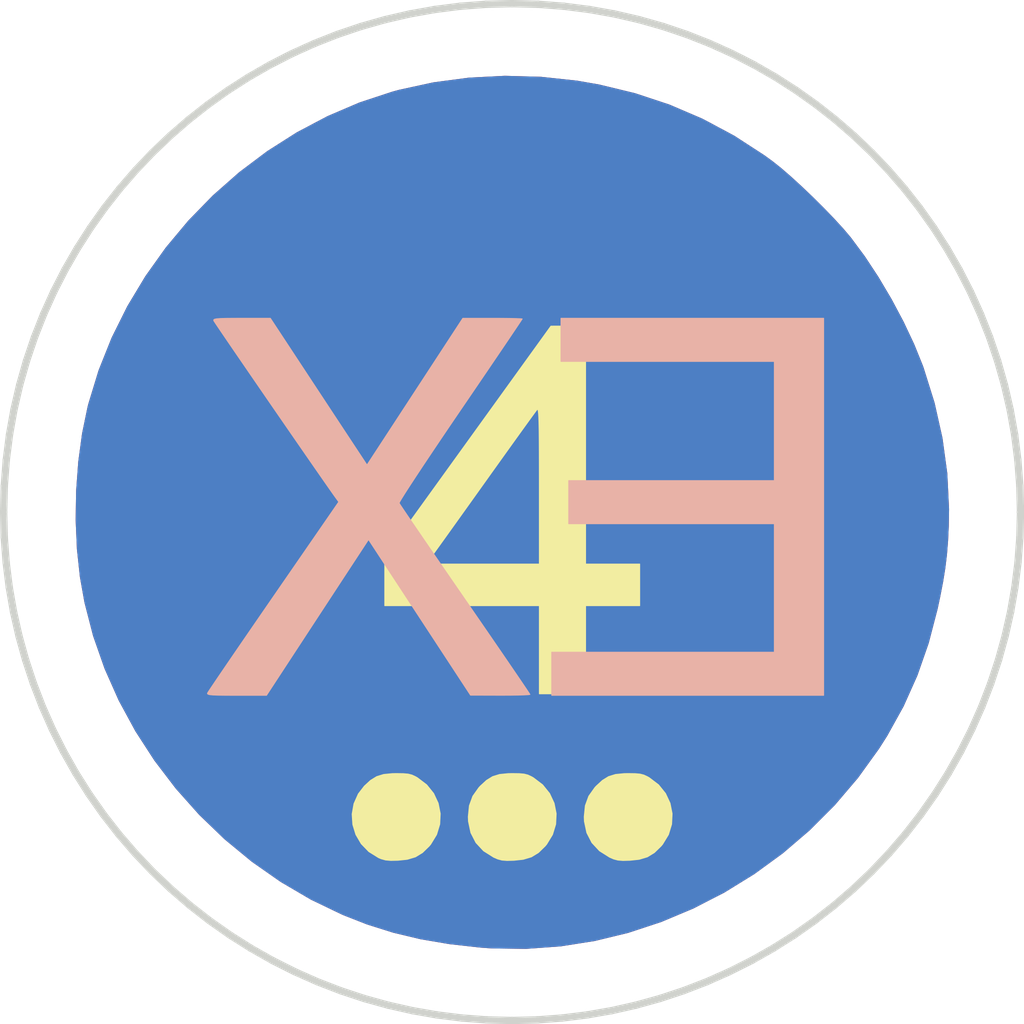
<source format=kicad_pcb>
(kicad_pcb (version 20171130) (host pcbnew 5.1.5+dfsg1-2build2)

  (general
    (thickness 1.6)
    (drawings 130)
    (tracks 0)
    (zones 0)
    (modules 4)
    (nets 1)
  )

  (page A4)
  (layers
    (0 F.Cu signal)
    (31 B.Cu signal)
    (32 B.Adhes user)
    (33 F.Adhes user)
    (34 B.Paste user)
    (35 F.Paste user)
    (36 B.SilkS user)
    (37 F.SilkS user)
    (38 B.Mask user)
    (39 F.Mask user)
    (40 Dwgs.User user)
    (41 Cmts.User user)
    (42 Eco1.User user)
    (43 Eco2.User user)
    (44 Edge.Cuts user)
    (45 Margin user)
    (46 B.CrtYd user)
    (47 F.CrtYd user)
    (48 B.Fab user)
    (49 F.Fab user)
  )

  (setup
    (last_trace_width 0.25)
    (trace_clearance 0.2)
    (zone_clearance 0.508)
    (zone_45_only no)
    (trace_min 0.2)
    (via_size 0.6)
    (via_drill 0.4)
    (via_min_size 0.4)
    (via_min_drill 0.3)
    (uvia_size 0.3)
    (uvia_drill 0.1)
    (uvias_allowed no)
    (uvia_min_size 0.2)
    (uvia_min_drill 0.1)
    (edge_width 0.15)
    (segment_width 0.2)
    (pcb_text_width 0.3)
    (pcb_text_size 1.5 1.5)
    (mod_edge_width 0.15)
    (mod_text_size 1 1)
    (mod_text_width 0.15)
    (pad_size 1.524 1.524)
    (pad_drill 0.762)
    (pad_to_mask_clearance 0.2)
    (aux_axis_origin 0 0)
    (visible_elements FFFFFF7F)
    (pcbplotparams
      (layerselection 0x010f0_ffffffff)
      (usegerberextensions false)
      (usegerberattributes false)
      (usegerberadvancedattributes false)
      (creategerberjobfile false)
      (excludeedgelayer true)
      (linewidth 0.100000)
      (plotframeref false)
      (viasonmask false)
      (mode 1)
      (useauxorigin false)
      (hpglpennumber 1)
      (hpglpenspeed 20)
      (hpglpendiameter 15.000000)
      (psnegative false)
      (psa4output false)
      (plotreference true)
      (plotvalue true)
      (plotinvisibletext false)
      (padsonsilk false)
      (subtractmaskfromsilk false)
      (outputformat 1)
      (mirror false)
      (drillshape 0)
      (scaleselection 1)
      (outputdirectory "gerbers/"))
  )

  (net 0 "")

  (net_class Default "This is the default net class."
    (clearance 0.2)
    (trace_width 0.25)
    (via_dia 0.6)
    (via_drill 0.4)
    (uvia_dia 0.3)
    (uvia_drill 0.1)
  )

  (module LOGO (layer F.Cu) (tedit 0) (tstamp 0)
    (at 0 0)
    (fp_text reference G*** (at 0 0) (layer F.SilkS) hide
      (effects (font (size 1.524 1.524) (thickness 0.3)))
    )
    (fp_text value LOGO (at 0.75 0) (layer F.SilkS) hide
      (effects (font (size 1.524 1.524) (thickness 0.3)))
    )
    (fp_poly (pts (xy -0.653666 -7.004494) (xy -0.162131 -6.951857) (xy 0.140773 -6.899218) (xy 0.632356 -6.7803)
      (xy 1.103543 -6.624376) (xy 1.555081 -6.431115) (xy 1.987714 -6.200188) (xy 2.402189 -5.931265)
      (xy 2.517121 -5.847596) (xy 2.632039 -5.756094) (xy 2.766843 -5.639358) (xy 2.91418 -5.504559)
      (xy 3.066697 -5.35887) (xy 3.217042 -5.209461) (xy 3.357863 -5.063506) (xy 3.481806 -4.928175)
      (xy 3.581519 -4.810642) (xy 3.586157 -4.804833) (xy 3.775778 -4.549418) (xy 3.963274 -4.26484)
      (xy 4.142561 -3.96199) (xy 4.307555 -3.65176) (xy 4.45217 -3.345041) (xy 4.570323 -3.052724)
      (xy 4.580125 -3.025609) (xy 4.730615 -2.544491) (xy 4.838822 -2.061537) (xy 4.904741 -1.576771)
      (xy 4.928369 -1.090217) (xy 4.924731 -0.85725) (xy 4.914848 -0.654055) (xy 4.89975 -0.467549)
      (xy 4.8778 -0.285602) (xy 4.847362 -0.096088) (xy 4.806797 0.113122) (xy 4.771477 0.277882)
      (xy 4.649815 0.744356) (xy 4.495622 1.186067) (xy 4.307054 1.607414) (xy 4.082268 2.012792)
      (xy 3.971125 2.187669) (xy 3.683055 2.587251) (xy 3.365904 2.959808) (xy 3.022156 3.3041)
      (xy 2.654298 3.618885) (xy 2.264815 3.902924) (xy 1.856194 4.154977) (xy 1.43092 4.373801)
      (xy 0.991479 4.558158) (xy 0.540358 4.706807) (xy 0.080041 4.818506) (xy -0.386985 4.892017)
      (xy -0.858235 4.926097) (xy -1.331223 4.919508) (xy -1.481666 4.908682) (xy -1.907703 4.861149)
      (xy -2.303099 4.79385) (xy -2.675558 4.704961) (xy -3.032785 4.592656) (xy -3.364929 4.462672)
      (xy -3.800305 4.253803) (xy -4.216549 4.009815) (xy -4.611722 3.733205) (xy -4.983884 3.426467)
      (xy -5.331093 3.092095) (xy -5.65141 2.732584) (xy -5.942893 2.350428) (xy -6.203602 1.948123)
      (xy -6.431597 1.528164) (xy -6.624937 1.093044) (xy -6.781682 0.645258) (xy -6.899891 0.187301)
      (xy -6.962158 -0.161807) (xy -7.003273 -0.542992) (xy -7.020364 -0.940226) (xy -7.013929 -1.343269)
      (xy -6.984464 -1.741884) (xy -6.932467 -2.12583) (xy -6.858435 -2.48487) (xy -6.847158 -2.529416)
      (xy -6.706761 -2.989062) (xy -6.52836 -3.435037) (xy -6.314157 -3.865115) (xy -6.066356 -4.277068)
      (xy -5.787161 -4.668668) (xy -5.478776 -5.037688) (xy -5.143404 -5.3819) (xy -4.78325 -5.699076)
      (xy -4.400517 -5.986988) (xy -3.997409 -6.24341) (xy -3.576129 -6.466113) (xy -3.138882 -6.652869)
      (xy -2.687871 -6.801451) (xy -2.596289 -6.82637) (xy -2.124388 -6.92893) (xy -1.639908 -6.992895)
      (xy -1.147963 -7.018128) (xy -0.653666 -7.004494)) (layer B.Cu) (width 0.01))
  )

  (module LOGO (layer F.Cu) (tedit 0) (tstamp 0)
    (at 0 0)
    (fp_text reference G*** (at 0 0) (layer F.SilkS) hide
      (effects (font (size 1.524 1.524) (thickness 0.3)))
    )
    (fp_text value LOGO (at 0.75 0) (layer F.SilkS) hide
      (effects (font (size 1.524 1.524) (thickness 0.3)))
    )
    (fp_poly (pts (xy -3.881803 -2.979208) (xy -3.769704 -2.808904) (xy -3.657291 -2.638166) (xy -3.548422 -2.472849)
      (xy -3.446952 -2.318808) (xy -3.356738 -2.181898) (xy -3.281638 -2.067975) (xy -3.225508 -1.982891)
      (xy -3.22047 -1.975261) (xy -3.036258 -1.696272) (xy -2.380671 -2.699967) (xy -1.725083 -3.703662)
      (xy -1.317625 -3.703914) (xy -1.191524 -3.703534) (xy -1.081289 -3.702326) (xy -0.993379 -3.700434)
      (xy -0.934253 -3.698) (xy -0.910368 -3.695168) (xy -0.910166 -3.694875) (xy -0.921789 -3.676298)
      (xy -0.955391 -3.625566) (xy -1.009077 -3.545482) (xy -1.080949 -3.438849) (xy -1.16911 -3.308469)
      (xy -1.271664 -3.157144) (xy -1.386713 -2.987679) (xy -1.512361 -2.802874) (xy -1.64671 -2.605532)
      (xy -1.757771 -2.442584) (xy -1.8976 -2.236953) (xy -2.029951 -2.041207) (xy -2.152944 -1.858193)
      (xy -2.264703 -1.690758) (xy -2.363351 -1.541749) (xy -2.447009 -1.414012) (xy -2.513799 -1.310396)
      (xy -2.561846 -1.233746) (xy -2.58927 -1.186909) (xy -2.595131 -1.172887) (xy -2.581718 -1.151526)
      (xy -2.546135 -1.098124) (xy -2.490285 -1.015466) (xy -2.41607 -0.906333) (xy -2.325393 -0.773508)
      (xy -2.220156 -0.619775) (xy -2.102261 -0.447915) (xy -1.973612 -0.260713) (xy -1.83611 -0.06095)
      (xy -1.69461 0.144313) (xy -1.550586 0.353251) (xy -1.413787 0.552038) (xy -1.286086 0.737931)
      (xy -1.169357 0.908185) (xy -1.065473 1.060057) (xy -0.97631 1.190805) (xy -0.90374 1.297683)
      (xy -0.849638 1.37795) (xy -0.815878 1.428861) (xy -0.804333 1.447658) (xy -0.824422 1.451581)
      (xy -0.880385 1.454914) (xy -0.965762 1.457468) (xy -1.074095 1.459056) (xy -1.198925 1.459492)
      (xy -1.211791 1.459466) (xy -1.61925 1.458432) (xy -2.317326 0.393258) (xy -3.015403 -0.671916)
      (xy -3.280695 -0.267166) (xy -3.357757 -0.149561) (xy -3.452895 -0.004318) (xy -3.561008 0.160773)
      (xy -3.676997 0.337925) (xy -3.795763 0.519349) (xy -3.912204 0.697255) (xy -3.978813 0.799042)
      (xy -4.41164 1.4605) (xy -4.822168 1.4605) (xy -4.964681 1.460147) (xy -5.069988 1.458812)
      (xy -5.143212 1.456084) (xy -5.189477 1.451551) (xy -5.213907 1.444802) (xy -5.221624 1.435425)
      (xy -5.220417 1.428503) (xy -5.206664 1.406274) (xy -5.170735 1.352024) (xy -5.114537 1.268548)
      (xy -5.039978 1.158639) (xy -4.948966 1.025093) (xy -4.843407 0.870703) (xy -4.72521 0.698263)
      (xy -4.596281 0.510568) (xy -4.45853 0.310412) (xy -4.315997 0.103682) (xy -3.423854 -1.189142)
      (xy -3.465009 -1.245446) (xy -3.498038 -1.291618) (xy -3.550638 -1.366402) (xy -3.620429 -1.466342)
      (xy -3.705031 -1.587982) (xy -3.802064 -1.727866) (xy -3.909147 -1.882539) (xy -4.023902 -2.048545)
      (xy -4.143948 -2.222428) (xy -4.266906 -2.400733) (xy -4.390394 -2.580004) (xy -4.512034 -2.756785)
      (xy -4.629446 -2.927621) (xy -4.740249 -3.089057) (xy -4.842063 -3.237635) (xy -4.932509 -3.369902)
      (xy -5.009207 -3.482401) (xy -5.069777 -3.571676) (xy -5.111838 -3.634272) (xy -5.133011 -3.666733)
      (xy -5.135048 -3.670338) (xy -5.135874 -3.682246) (xy -5.124353 -3.691011) (xy -5.095182 -3.697103)
      (xy -5.043058 -3.700992) (xy -4.962678 -3.703148) (xy -4.848741 -3.704041) (xy -4.753476 -3.704166)
      (xy -4.358923 -3.704166) (xy -3.881803 -2.979208)) (layer B.SilkS) (width 0.01))
    (fp_poly (pts (xy 3.217334 1.4605) (xy -0.508 1.4605) (xy -0.508 0.867834) (xy 2.54 0.867834)
      (xy 2.54 -0.889) (xy -0.275166 -0.889) (xy -0.275166 -1.481666) (xy 2.54 -1.481666)
      (xy 2.54 -3.1115) (xy -0.381 -3.1115) (xy -0.381 -3.704166) (xy 3.217334 -3.704166)
      (xy 3.217334 1.4605)) (layer B.SilkS) (width 0.01))
  )

  (module LOGO (layer F.Cu) (tedit 0) (tstamp 0)
    (at 0 0)
    (fp_text reference G*** (at 0 0) (layer F.SilkS) hide
      (effects (font (size 1.524 1.524) (thickness 0.3)))
    )
    (fp_text value LOGO (at 0.75 0) (layer F.SilkS) hide
      (effects (font (size 1.524 1.524) (thickness 0.3)))
    )
    (fp_poly (pts (xy -0.653666 -7.004494) (xy -0.162131 -6.951857) (xy 0.140773 -6.899218) (xy 0.632356 -6.7803)
      (xy 1.103543 -6.624376) (xy 1.555081 -6.431115) (xy 1.987714 -6.200188) (xy 2.402189 -5.931265)
      (xy 2.517121 -5.847596) (xy 2.632039 -5.756094) (xy 2.766843 -5.639358) (xy 2.91418 -5.504559)
      (xy 3.066697 -5.35887) (xy 3.217042 -5.209461) (xy 3.357863 -5.063506) (xy 3.481806 -4.928175)
      (xy 3.581519 -4.810642) (xy 3.586157 -4.804833) (xy 3.775778 -4.549418) (xy 3.963274 -4.26484)
      (xy 4.142561 -3.96199) (xy 4.307555 -3.65176) (xy 4.45217 -3.345041) (xy 4.570323 -3.052724)
      (xy 4.580125 -3.025609) (xy 4.730615 -2.544491) (xy 4.838822 -2.061537) (xy 4.904741 -1.576771)
      (xy 4.928369 -1.090217) (xy 4.924731 -0.85725) (xy 4.914848 -0.654055) (xy 4.89975 -0.467549)
      (xy 4.8778 -0.285602) (xy 4.847362 -0.096088) (xy 4.806797 0.113122) (xy 4.771477 0.277882)
      (xy 4.649815 0.744356) (xy 4.495622 1.186067) (xy 4.307054 1.607414) (xy 4.082268 2.012792)
      (xy 3.971125 2.187669) (xy 3.683055 2.587251) (xy 3.365904 2.959808) (xy 3.022156 3.3041)
      (xy 2.654298 3.618885) (xy 2.264815 3.902924) (xy 1.856194 4.154977) (xy 1.43092 4.373801)
      (xy 0.991479 4.558158) (xy 0.540358 4.706807) (xy 0.080041 4.818506) (xy -0.386985 4.892017)
      (xy -0.858235 4.926097) (xy -1.331223 4.919508) (xy -1.481666 4.908682) (xy -1.907703 4.861149)
      (xy -2.303099 4.79385) (xy -2.675558 4.704961) (xy -3.032785 4.592656) (xy -3.364929 4.462672)
      (xy -3.800305 4.253803) (xy -4.216549 4.009815) (xy -4.611722 3.733205) (xy -4.983884 3.426467)
      (xy -5.331093 3.092095) (xy -5.65141 2.732584) (xy -5.942893 2.350428) (xy -6.203602 1.948123)
      (xy -6.431597 1.528164) (xy -6.624937 1.093044) (xy -6.781682 0.645258) (xy -6.899891 0.187301)
      (xy -6.962158 -0.161807) (xy -7.003273 -0.542992) (xy -7.020364 -0.940226) (xy -7.013929 -1.343269)
      (xy -6.984464 -1.741884) (xy -6.932467 -2.12583) (xy -6.858435 -2.48487) (xy -6.847158 -2.529416)
      (xy -6.706761 -2.989062) (xy -6.52836 -3.435037) (xy -6.314157 -3.865115) (xy -6.066356 -4.277068)
      (xy -5.787161 -4.668668) (xy -5.478776 -5.037688) (xy -5.143404 -5.3819) (xy -4.78325 -5.699076)
      (xy -4.400517 -5.986988) (xy -3.997409 -6.24341) (xy -3.576129 -6.466113) (xy -3.138882 -6.652869)
      (xy -2.687871 -6.801451) (xy -2.596289 -6.82637) (xy -2.124388 -6.92893) (xy -1.639908 -6.992895)
      (xy -1.147963 -7.018128) (xy -0.653666 -7.004494)) (layer F.Cu) (width 0.01))
  )

  (module LOGO (layer F.Cu) (tedit 0) (tstamp 0)
    (at 0 0)
    (fp_text reference G*** (at 0 0) (layer F.SilkS) hide
      (effects (font (size 1.524 1.524) (thickness 0.3)))
    )
    (fp_text value LOGO (at 0.75 0) (layer F.SilkS) hide
      (effects (font (size 1.524 1.524) (thickness 0.3)))
    )
    (fp_poly (pts (xy -2.539161 2.530912) (xy -2.471909 2.536921) (xy -2.420041 2.550288) (xy -2.370107 2.573707)
      (xy -2.345985 2.587476) (xy -2.218597 2.684397) (xy -2.123189 2.802844) (xy -2.060841 2.936568)
      (xy -2.03263 3.079317) (xy -2.039637 3.224842) (xy -2.08294 3.36689) (xy -2.163618 3.499213)
      (xy -2.184334 3.523961) (xy -2.276163 3.613306) (xy -2.37227 3.672039) (xy -2.484791 3.705675)
      (xy -2.614083 3.719234) (xy -2.711254 3.721154) (xy -2.782011 3.714899) (xy -2.841838 3.69833)
      (xy -2.878666 3.682671) (xy -3.011679 3.599789) (xy -3.115646 3.492299) (xy -3.189301 3.366574)
      (xy -3.231379 3.228989) (xy -3.240616 3.085916) (xy -3.215745 2.943729) (xy -3.155502 2.808802)
      (xy -3.0733 2.702248) (xy -2.987341 2.623069) (xy -2.903311 2.571374) (xy -2.808549 2.54217)
      (xy -2.690391 2.530467) (xy -2.63525 2.529569) (xy -2.539161 2.530912)) (layer F.SilkS) (width 0.01))
    (fp_poly (pts (xy -0.951661 2.530912) (xy -0.884409 2.536921) (xy -0.832541 2.550288) (xy -0.782607 2.573707)
      (xy -0.758485 2.587476) (xy -0.631097 2.684397) (xy -0.535689 2.802844) (xy -0.473341 2.936568)
      (xy -0.44513 3.079317) (xy -0.452137 3.224842) (xy -0.49544 3.36689) (xy -0.576118 3.499213)
      (xy -0.596834 3.523961) (xy -0.688681 3.613292) (xy -0.78491 3.672072) (xy -0.897642 3.705815)
      (xy -1.026583 3.7195) (xy -1.1202 3.721825) (xy -1.187881 3.716528) (xy -1.245708 3.701113)
      (xy -1.302193 3.676732) (xy -1.440396 3.589464) (xy -1.545066 3.476921) (xy -1.614674 3.341539)
      (xy -1.647693 3.185754) (xy -1.650328 3.122084) (xy -1.635158 2.969944) (xy -1.587822 2.839844)
      (xy -1.504708 2.722571) (xy -1.4858 2.702248) (xy -1.399841 2.623069) (xy -1.315811 2.571374)
      (xy -1.221049 2.54217) (xy -1.102891 2.530467) (xy -1.04775 2.529569) (xy -0.951661 2.530912)) (layer F.SilkS) (width 0.01))
    (fp_poly (pts (xy 0.635839 2.530912) (xy 0.703091 2.536921) (xy 0.754959 2.550288) (xy 0.804893 2.573707)
      (xy 0.829015 2.587476) (xy 0.956403 2.684397) (xy 1.051811 2.802844) (xy 1.114159 2.936568)
      (xy 1.14237 3.079317) (xy 1.135363 3.224842) (xy 1.09206 3.36689) (xy 1.011382 3.499213)
      (xy 0.990666 3.523961) (xy 0.898819 3.613292) (xy 0.80259 3.672072) (xy 0.689858 3.705815)
      (xy 0.560917 3.7195) (xy 0.4673 3.721825) (xy 0.399619 3.716528) (xy 0.341792 3.701113)
      (xy 0.285307 3.676732) (xy 0.147104 3.589464) (xy 0.042434 3.476921) (xy -0.027174 3.341539)
      (xy -0.060193 3.185754) (xy -0.062828 3.122084) (xy -0.047658 2.969944) (xy -0.000322 2.839844)
      (xy 0.082792 2.722571) (xy 0.1017 2.702248) (xy 0.187659 2.623069) (xy 0.271689 2.571374)
      (xy 0.366451 2.54217) (xy 0.484609 2.530467) (xy 0.53975 2.529569) (xy 0.635839 2.530912)) (layer F.SilkS) (width 0.01))
    (fp_poly (pts (xy -0.042333 -0.338666) (xy 0.6985 -0.338666) (xy 0.6985 0.232834) (xy -0.042333 0.232834)
      (xy -0.042333 1.439334) (xy -0.677333 1.439334) (xy -0.677333 0.232834) (xy -2.794 0.232834)
      (xy -2.794 -0.338666) (xy -2.227524 -0.338666) (xy -0.677333 -0.338666) (xy -0.677333 -1.412119)
      (xy -0.677478 -1.656502) (xy -0.67797 -1.861612) (xy -0.678892 -2.030511) (xy -0.680329 -2.166257)
      (xy -0.682363 -2.271913) (xy -0.685079 -2.350537) (xy -0.68856 -2.40519) (xy -0.692891 -2.438933)
      (xy -0.698155 -2.454825) (xy -0.704436 -2.455927) (xy -0.705882 -2.454577) (xy -0.723188 -2.43199)
      (xy -0.762739 -2.37812) (xy -0.82223 -2.296171) (xy -0.899354 -2.189347) (xy -0.991805 -2.060852)
      (xy -1.097276 -1.91389) (xy -1.213462 -1.751664) (xy -1.338057 -1.57738) (xy -1.429045 -1.449916)
      (xy -1.559088 -1.2677) (xy -1.683036 -1.094158) (xy -1.798479 -0.932657) (xy -1.903005 -0.786563)
      (xy -1.994204 -0.659243) (xy -2.069665 -0.554062) (xy -2.126977 -0.474388) (xy -2.16373 -0.423586)
      (xy -2.175592 -0.407458) (xy -2.227524 -0.338666) (xy -2.794 -0.338666) (xy -2.794 -0.441331)
      (xy -1.656291 -2.019024) (xy -0.518583 -3.596716) (xy -0.280458 -3.597525) (xy -0.042333 -3.598333)
      (xy -0.042333 -0.338666)) (layer F.SilkS) (width 0.01))
  )

  (gr_line (start 5.9113 -1.0498) (end 5.9028 -0.7046) (layer Edge.Cuts) (width 0.1))
  (gr_line (start 5.9028 -0.7046) (end 5.8774 -0.3618) (layer Edge.Cuts) (width 0.1))
  (gr_line (start 5.8774 -0.3618) (end 5.8351 -0.0219) (layer Edge.Cuts) (width 0.1))
  (gr_line (start 5.8351 -0.0219) (end 5.7764 0.3147) (layer Edge.Cuts) (width 0.1))
  (gr_line (start 5.7764 0.3147) (end 5.7014 0.647) (layer Edge.Cuts) (width 0.1))
  (gr_line (start 5.7014 0.647) (end 5.6105 0.9748) (layer Edge.Cuts) (width 0.1))
  (gr_line (start 5.6105 0.9748) (end 5.5037 1.2974) (layer Edge.Cuts) (width 0.1))
  (gr_line (start 5.5037 1.2974) (end 5.3814 1.6142) (layer Edge.Cuts) (width 0.1))
  (gr_line (start 5.3814 1.6142) (end 5.2439 1.9247) (layer Edge.Cuts) (width 0.1))
  (gr_line (start 5.2439 1.9247) (end 5.0913 2.2282) (layer Edge.Cuts) (width 0.1))
  (gr_line (start 5.0913 2.2282) (end 4.9239 2.5243) (layer Edge.Cuts) (width 0.1))
  (gr_line (start 4.9239 2.5243) (end 4.7418 2.8123) (layer Edge.Cuts) (width 0.1))
  (gr_line (start 4.7418 2.8123) (end 4.5454 3.0918) (layer Edge.Cuts) (width 0.1))
  (gr_line (start 4.5454 3.0918) (end 4.3349 3.362) (layer Edge.Cuts) (width 0.1))
  (gr_line (start 4.3349 3.362) (end 4.1105 3.6225) (layer Edge.Cuts) (width 0.1))
  (gr_line (start 4.1105 3.6225) (end 3.8725 3.8726) (layer Edge.Cuts) (width 0.1))
  (gr_line (start 3.8725 3.8726) (end 3.6223 4.1107) (layer Edge.Cuts) (width 0.1))
  (gr_line (start 3.6223 4.1107) (end 3.3619 4.335) (layer Edge.Cuts) (width 0.1))
  (gr_line (start 3.3619 4.335) (end 3.0916 4.5455) (layer Edge.Cuts) (width 0.1))
  (gr_line (start 3.0916 4.5455) (end 2.8122 4.742) (layer Edge.Cuts) (width 0.1))
  (gr_line (start 2.8122 4.742) (end 2.5241 4.924) (layer Edge.Cuts) (width 0.1))
  (gr_line (start 2.5241 4.924) (end 2.228 5.0915) (layer Edge.Cuts) (width 0.1))
  (gr_line (start 2.228 5.0915) (end 1.9245 5.2441) (layer Edge.Cuts) (width 0.1))
  (gr_line (start 1.9245 5.2441) (end 1.614 5.3816) (layer Edge.Cuts) (width 0.1))
  (gr_line (start 1.614 5.3816) (end 1.2973 5.5039) (layer Edge.Cuts) (width 0.1))
  (gr_line (start 1.2973 5.5039) (end 0.9746 5.6107) (layer Edge.Cuts) (width 0.1))
  (gr_line (start 0.9746 5.6107) (end 0.6469 5.7016) (layer Edge.Cuts) (width 0.1))
  (gr_line (start 0.6469 5.7016) (end 0.3145 5.7766) (layer Edge.Cuts) (width 0.1))
  (gr_line (start 0.3145 5.7766) (end -0.022 5.8353) (layer Edge.Cuts) (width 0.1))
  (gr_line (start -0.022 5.8353) (end -0.362 5.8775) (layer Edge.Cuts) (width 0.1))
  (gr_line (start -0.362 5.8775) (end -0.7047 5.903) (layer Edge.Cuts) (width 0.1))
  (gr_line (start -0.7047 5.903) (end -1.05 5.9115) (layer Edge.Cuts) (width 0.1))
  (gr_line (start -1.05 5.9115) (end -1.3952 5.903) (layer Edge.Cuts) (width 0.1))
  (gr_line (start -1.3952 5.903) (end -1.738 5.8775) (layer Edge.Cuts) (width 0.1))
  (gr_line (start -1.738 5.8775) (end -2.078 5.8353) (layer Edge.Cuts) (width 0.1))
  (gr_line (start -2.078 5.8353) (end -2.4144 5.7766) (layer Edge.Cuts) (width 0.1))
  (gr_line (start -2.4144 5.7766) (end -2.7468 5.7016) (layer Edge.Cuts) (width 0.1))
  (gr_line (start -2.7468 5.7016) (end -3.0746 5.6107) (layer Edge.Cuts) (width 0.1))
  (gr_line (start -3.0746 5.6107) (end -3.3972 5.5039) (layer Edge.Cuts) (width 0.1))
  (gr_line (start -3.3972 5.5039) (end -3.714 5.3816) (layer Edge.Cuts) (width 0.1))
  (gr_line (start -3.714 5.3816) (end -4.0244 5.2441) (layer Edge.Cuts) (width 0.1))
  (gr_line (start -4.0244 5.2441) (end -4.328 5.0915) (layer Edge.Cuts) (width 0.1))
  (gr_line (start -4.328 5.0915) (end -4.6241 4.924) (layer Edge.Cuts) (width 0.1))
  (gr_line (start -4.6241 4.924) (end -4.9122 4.742) (layer Edge.Cuts) (width 0.1))
  (gr_line (start -4.9122 4.742) (end -5.1915 4.5455) (layer Edge.Cuts) (width 0.1))
  (gr_line (start -5.1915 4.5455) (end -5.4618 4.335) (layer Edge.Cuts) (width 0.1))
  (gr_line (start -5.4618 4.335) (end -5.7222 4.1107) (layer Edge.Cuts) (width 0.1))
  (gr_line (start -5.7222 4.1107) (end -5.9724 3.8726) (layer Edge.Cuts) (width 0.1))
  (gr_line (start -5.9724 3.8726) (end -6.2104 3.6225) (layer Edge.Cuts) (width 0.1))
  (gr_line (start -6.2104 3.6225) (end -6.4349 3.362) (layer Edge.Cuts) (width 0.1))
  (gr_line (start -6.4349 3.362) (end -6.6453 3.0918) (layer Edge.Cuts) (width 0.1))
  (gr_line (start -6.6453 3.0918) (end -6.8417 2.8123) (layer Edge.Cuts) (width 0.1))
  (gr_line (start -6.8417 2.8123) (end -7.0238 2.5243) (layer Edge.Cuts) (width 0.1))
  (gr_line (start -7.0238 2.5243) (end -7.1912 2.2282) (layer Edge.Cuts) (width 0.1))
  (gr_line (start -7.1912 2.2282) (end -7.3438 1.9247) (layer Edge.Cuts) (width 0.1))
  (gr_line (start -7.3438 1.9247) (end -7.4814 1.6142) (layer Edge.Cuts) (width 0.1))
  (gr_line (start -7.4814 1.6142) (end -7.6036 1.2974) (layer Edge.Cuts) (width 0.1))
  (gr_line (start -7.6036 1.2974) (end -7.7104 0.9748) (layer Edge.Cuts) (width 0.1))
  (gr_line (start -7.7104 0.9748) (end -7.8014 0.647) (layer Edge.Cuts) (width 0.1))
  (gr_line (start -7.8014 0.647) (end -7.8763 0.3147) (layer Edge.Cuts) (width 0.1))
  (gr_line (start -7.8763 0.3147) (end -7.935 -0.0219) (layer Edge.Cuts) (width 0.1))
  (gr_line (start -7.935 -0.0219) (end -7.9773 -0.3618) (layer Edge.Cuts) (width 0.1))
  (gr_line (start -7.9773 -0.3618) (end -8.0028 -0.7046) (layer Edge.Cuts) (width 0.1))
  (gr_line (start -8.0028 -0.7046) (end -8.0113 -1.0498) (layer Edge.Cuts) (width 0.1))
  (gr_line (start -8.0113 -1.0498) (end -8.0023 -1.408) (layer Edge.Cuts) (width 0.1))
  (gr_line (start -8.0023 -1.408) (end -7.9754 -1.7615) (layer Edge.Cuts) (width 0.1))
  (gr_line (start -7.9754 -1.7615) (end -7.9312 -2.11) (layer Edge.Cuts) (width 0.1))
  (gr_line (start -7.9312 -2.11) (end -7.8699 -2.4527) (layer Edge.Cuts) (width 0.1))
  (gr_line (start -7.8699 -2.4527) (end -7.7922 -2.7895) (layer Edge.Cuts) (width 0.1))
  (gr_line (start -7.7922 -2.7895) (end -7.6984 -3.1199) (layer Edge.Cuts) (width 0.1))
  (gr_line (start -7.6984 -3.1199) (end -7.589 -3.4434) (layer Edge.Cuts) (width 0.1))
  (gr_line (start -7.589 -3.4434) (end -7.4643 -3.7594) (layer Edge.Cuts) (width 0.1))
  (gr_line (start -7.4643 -3.7594) (end -7.3249 -4.0679) (layer Edge.Cuts) (width 0.1))
  (gr_line (start -7.3249 -4.0679) (end -7.1711 -4.368) (layer Edge.Cuts) (width 0.1))
  (gr_line (start -7.1711 -4.368) (end -7.0035 -4.6595) (layer Edge.Cuts) (width 0.1))
  (gr_line (start -7.0035 -4.6595) (end -6.8224 -4.942) (layer Edge.Cuts) (width 0.1))
  (gr_line (start -6.8224 -4.942) (end -6.6284 -5.2149) (layer Edge.Cuts) (width 0.1))
  (gr_line (start -6.6284 -5.2149) (end -6.4217 -5.4779) (layer Edge.Cuts) (width 0.1))
  (gr_line (start -6.4217 -5.4779) (end -6.2029 -5.7305) (layer Edge.Cuts) (width 0.1))
  (gr_line (start -6.2029 -5.7305) (end -5.9724 -5.9722) (layer Edge.Cuts) (width 0.1))
  (gr_line (start -5.9724 -5.9722) (end -5.7306 -6.2027) (layer Edge.Cuts) (width 0.1))
  (gr_line (start -5.7306 -6.2027) (end -5.4781 -6.4215) (layer Edge.Cuts) (width 0.1))
  (gr_line (start -5.4781 -6.4215) (end -5.215 -6.6281) (layer Edge.Cuts) (width 0.1))
  (gr_line (start -5.215 -6.6281) (end -4.9422 -6.8222) (layer Edge.Cuts) (width 0.1))
  (gr_line (start -4.9422 -6.8222) (end -4.6597 -7.0034) (layer Edge.Cuts) (width 0.1))
  (gr_line (start -4.6597 -7.0034) (end -4.3682 -7.1709) (layer Edge.Cuts) (width 0.1))
  (gr_line (start -4.3682 -7.1709) (end -4.068 -7.3247) (layer Edge.Cuts) (width 0.1))
  (gr_line (start -4.068 -7.3247) (end -3.7597 -7.4641) (layer Edge.Cuts) (width 0.1))
  (gr_line (start -3.7597 -7.4641) (end -3.4436 -7.5888) (layer Edge.Cuts) (width 0.1))
  (gr_line (start -3.4436 -7.5888) (end -3.1201 -7.6981) (layer Edge.Cuts) (width 0.1))
  (gr_line (start -3.1201 -7.6981) (end -2.7897 -7.792) (layer Edge.Cuts) (width 0.1))
  (gr_line (start -2.7897 -7.792) (end -2.453 -7.8697) (layer Edge.Cuts) (width 0.1))
  (gr_line (start -2.453 -7.8697) (end -2.1102 -7.9309) (layer Edge.Cuts) (width 0.1))
  (gr_line (start -2.1102 -7.9309) (end -1.7617 -7.9752) (layer Edge.Cuts) (width 0.1))
  (gr_line (start -1.7617 -7.9752) (end -1.4083 -8.0021) (layer Edge.Cuts) (width 0.1))
  (gr_line (start -1.4083 -8.0021) (end -1.05 -8.0111) (layer Edge.Cuts) (width 0.1))
  (gr_line (start -1.05 -8.0111) (end -0.6917 -8.0021) (layer Edge.Cuts) (width 0.1))
  (gr_line (start -0.6917 -8.0021) (end -0.3383 -7.9752) (layer Edge.Cuts) (width 0.1))
  (gr_line (start -0.3383 -7.9752) (end 0.0102 -7.9309) (layer Edge.Cuts) (width 0.1))
  (gr_line (start 0.0102 -7.9309) (end 0.353 -7.8697) (layer Edge.Cuts) (width 0.1))
  (gr_line (start 0.353 -7.8697) (end 0.6898 -7.792) (layer Edge.Cuts) (width 0.1))
  (gr_line (start 0.6898 -7.792) (end 1.0201 -7.6981) (layer Edge.Cuts) (width 0.1))
  (gr_line (start 1.0201 -7.6981) (end 1.3436 -7.5888) (layer Edge.Cuts) (width 0.1))
  (gr_line (start 1.3436 -7.5888) (end 1.6597 -7.4641) (layer Edge.Cuts) (width 0.1))
  (gr_line (start 1.6597 -7.4641) (end 1.968 -7.3247) (layer Edge.Cuts) (width 0.1))
  (gr_line (start 1.968 -7.3247) (end 2.2682 -7.1709) (layer Edge.Cuts) (width 0.1))
  (gr_line (start 2.2682 -7.1709) (end 2.5598 -7.0034) (layer Edge.Cuts) (width 0.1))
  (gr_line (start 2.5598 -7.0034) (end 2.8422 -6.8222) (layer Edge.Cuts) (width 0.1))
  (gr_line (start 2.8422 -6.8222) (end 3.1151 -6.6281) (layer Edge.Cuts) (width 0.1))
  (gr_line (start 3.1151 -6.6281) (end 3.3781 -6.4215) (layer Edge.Cuts) (width 0.1))
  (gr_line (start 3.3781 -6.4215) (end 3.6306 -6.2027) (layer Edge.Cuts) (width 0.1))
  (gr_line (start 3.6306 -6.2027) (end 3.8725 -5.9722) (layer Edge.Cuts) (width 0.1))
  (gr_line (start 3.8725 -5.9722) (end 4.1029 -5.7305) (layer Edge.Cuts) (width 0.1))
  (gr_line (start 4.1029 -5.7305) (end 4.3218 -5.4779) (layer Edge.Cuts) (width 0.1))
  (gr_line (start 4.3218 -5.4779) (end 4.5284 -5.2149) (layer Edge.Cuts) (width 0.1))
  (gr_line (start 4.5284 -5.2149) (end 4.7225 -4.942) (layer Edge.Cuts) (width 0.1))
  (gr_line (start 4.7225 -4.942) (end 4.9035 -4.6595) (layer Edge.Cuts) (width 0.1))
  (gr_line (start 4.9035 -4.6595) (end 5.0712 -4.368) (layer Edge.Cuts) (width 0.1))
  (gr_line (start 5.0712 -4.368) (end 5.2249 -4.0679) (layer Edge.Cuts) (width 0.1))
  (gr_line (start 5.2249 -4.0679) (end 5.3643 -3.7594) (layer Edge.Cuts) (width 0.1))
  (gr_line (start 5.3643 -3.7594) (end 5.489 -3.4434) (layer Edge.Cuts) (width 0.1))
  (gr_line (start 5.489 -3.4434) (end 5.5984 -3.1199) (layer Edge.Cuts) (width 0.1))
  (gr_line (start 5.5984 -3.1199) (end 5.6922 -2.7895) (layer Edge.Cuts) (width 0.1))
  (gr_line (start 5.6922 -2.7895) (end 5.7699 -2.4527) (layer Edge.Cuts) (width 0.1))
  (gr_line (start 5.7699 -2.4527) (end 5.8312 -2.11) (layer Edge.Cuts) (width 0.1))
  (gr_line (start 5.8312 -2.11) (end 5.8754 -1.7615) (layer Edge.Cuts) (width 0.1))
  (gr_line (start 5.8754 -1.7615) (end 5.9023 -1.408) (layer Edge.Cuts) (width 0.1))
  (gr_line (start 5.9023 -1.408) (end 5.9113 -1.0498) (layer Edge.Cuts) (width 0.1))
  (gr_line (start 5.9113 -1.0498) (end 5.9113 -1.0498) (layer Edge.Cuts) (width 0.1))
  (gr_line (start 5.9113 -1.0498) (end 5.9113 -1.0498) (layer Edge.Cuts) (width 0.1))

)

</source>
